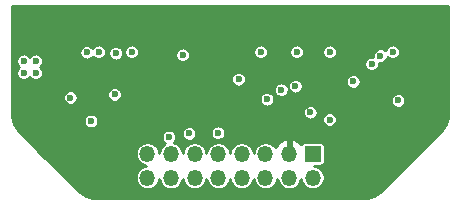
<source format=gbr>
%TF.GenerationSoftware,KiCad,Pcbnew,(5.1.6)-1*%
%TF.CreationDate,2021-02-17T18:40:24-08:00*%
%TF.ProjectId,kg-cable-asl,6b672d63-6162-46c6-952d-61736c2e6b69,rev?*%
%TF.SameCoordinates,Original*%
%TF.FileFunction,Copper,L2,Inr*%
%TF.FilePolarity,Positive*%
%FSLAX46Y46*%
G04 Gerber Fmt 4.6, Leading zero omitted, Abs format (unit mm)*
G04 Created by KiCad (PCBNEW (5.1.6)-1) date 2021-02-17 18:40:24*
%MOMM*%
%LPD*%
G01*
G04 APERTURE LIST*
%TA.AperFunction,ViaPad*%
%ADD10O,1.350000X1.350000*%
%TD*%
%TA.AperFunction,ViaPad*%
%ADD11R,1.350000X1.350000*%
%TD*%
%TA.AperFunction,ViaPad*%
%ADD12C,0.600000*%
%TD*%
%TA.AperFunction,Conductor*%
%ADD13C,0.254000*%
%TD*%
G04 APERTURE END LIST*
D10*
%TO.N,+12V*%
%TO.C,J1*%
X140772900Y-115030000D03*
%TO.N,/GPIO8*%
X140772900Y-113030000D03*
%TO.N,/GPIO7*%
X142772900Y-115030000D03*
%TO.N,/MIC*%
X142772900Y-113030000D03*
%TO.N,/GPIO6*%
X144772900Y-115030000D03*
%TO.N,/AUDIO_OUT*%
X144772900Y-113030000D03*
%TO.N,/GPIO5*%
X146772900Y-115030000D03*
%TO.N,/COR_DET*%
X146772900Y-113030000D03*
%TO.N,GND*%
X148772900Y-115030000D03*
%TO.N,/LEFT_OUT*%
X148772900Y-113030000D03*
%TO.N,/GPIO4*%
X150772900Y-115030000D03*
%TO.N,/CTCSS_DET*%
X150772900Y-113030000D03*
%TO.N,/GPIO1*%
X152772900Y-115030000D03*
%TO.N,+5V*%
X152772900Y-113030000D03*
%TO.N,/GPIO2*%
X154772900Y-115030000D03*
D11*
%TO.N,/PTT*%
X154772900Y-113030000D03*
%TD*%
D12*
%TO.N,GND*%
X130302000Y-105156000D03*
X130302000Y-106172000D03*
X131318000Y-106172000D03*
X131318000Y-105156000D03*
X148500000Y-106700000D03*
%TO.N,+5V*%
X153718961Y-110368794D03*
%TO.N,GND*%
X162000000Y-108500000D03*
X136000000Y-110250000D03*
X158200000Y-106900000D03*
X150900000Y-108400000D03*
X152100000Y-107600000D03*
%TO.N,+5V*%
X163068000Y-106934000D03*
X150622000Y-106680000D03*
X142752667Y-104652538D03*
X133197900Y-104648000D03*
X146050000Y-106045000D03*
X149700000Y-107700000D03*
X145500000Y-107500000D03*
X163200000Y-108400000D03*
X163200000Y-109400000D03*
X150900000Y-110900000D03*
%TO.N,/AIN_6DB*%
X135643264Y-104434558D03*
%TO.N,/RIGHT_OUT*%
X138100000Y-104500000D03*
X134250000Y-108262000D03*
X138000000Y-107999998D03*
%TO.N,/LEFT_OUT*%
X144300000Y-111300000D03*
%TO.N,/MIC_AC*%
X143764000Y-104648000D03*
%TO.N,/EEP_DO*%
X153300000Y-107300000D03*
%TO.N,/EEP_DI*%
X154564810Y-109509871D03*
%TO.N,/EEP_CK*%
X156201091Y-110124228D03*
%TO.N,/EEP_CS*%
X160500000Y-104700000D03*
%TO.N,/GPIO8*%
X136652000Y-104394000D03*
%TO.N,/GPIO7*%
X139446000Y-104394000D03*
%TO.N,/COR_DET*%
X146750000Y-111250000D03*
%TO.N,/GPIO6*%
X150368000Y-104394000D03*
%TO.N,/GPIO5*%
X153416000Y-104394000D03*
%TO.N,/GPIO4*%
X156210000Y-104394000D03*
%TO.N,/GPIO2*%
X159766000Y-105410000D03*
%TO.N,/GPIO1*%
X161544000Y-104394000D03*
%TO.N,/AUDIO_OUT*%
X142600000Y-111600000D03*
%TD*%
D13*
%TO.N,+5V*%
G36*
X166195604Y-109890952D02*
G01*
X166163585Y-110216978D01*
X166074924Y-110510472D01*
X165930942Y-110781159D01*
X165723927Y-111034904D01*
X160501203Y-116257529D01*
X160248214Y-116465337D01*
X159978010Y-116610220D01*
X159684812Y-116699859D01*
X159359545Y-116732899D01*
X136192750Y-116729403D01*
X135866735Y-116697388D01*
X135573233Y-116608726D01*
X135302552Y-116464749D01*
X135049317Y-116258153D01*
X131720827Y-112931312D01*
X139770900Y-112931312D01*
X139770900Y-113128688D01*
X139809407Y-113322273D01*
X139884939Y-113504625D01*
X139994596Y-113668738D01*
X140134162Y-113808304D01*
X140298275Y-113917961D01*
X140480627Y-113993493D01*
X140664157Y-114030000D01*
X140480627Y-114066507D01*
X140298275Y-114142039D01*
X140134162Y-114251696D01*
X139994596Y-114391262D01*
X139884939Y-114555375D01*
X139809407Y-114737727D01*
X139770900Y-114931312D01*
X139770900Y-115128688D01*
X139809407Y-115322273D01*
X139884939Y-115504625D01*
X139994596Y-115668738D01*
X140134162Y-115808304D01*
X140298275Y-115917961D01*
X140480627Y-115993493D01*
X140674212Y-116032000D01*
X140871588Y-116032000D01*
X141065173Y-115993493D01*
X141247525Y-115917961D01*
X141411638Y-115808304D01*
X141551204Y-115668738D01*
X141660861Y-115504625D01*
X141736393Y-115322273D01*
X141772900Y-115138743D01*
X141809407Y-115322273D01*
X141884939Y-115504625D01*
X141994596Y-115668738D01*
X142134162Y-115808304D01*
X142298275Y-115917961D01*
X142480627Y-115993493D01*
X142674212Y-116032000D01*
X142871588Y-116032000D01*
X143065173Y-115993493D01*
X143247525Y-115917961D01*
X143411638Y-115808304D01*
X143551204Y-115668738D01*
X143660861Y-115504625D01*
X143736393Y-115322273D01*
X143772900Y-115138743D01*
X143809407Y-115322273D01*
X143884939Y-115504625D01*
X143994596Y-115668738D01*
X144134162Y-115808304D01*
X144298275Y-115917961D01*
X144480627Y-115993493D01*
X144674212Y-116032000D01*
X144871588Y-116032000D01*
X145065173Y-115993493D01*
X145247525Y-115917961D01*
X145411638Y-115808304D01*
X145551204Y-115668738D01*
X145660861Y-115504625D01*
X145736393Y-115322273D01*
X145772900Y-115138743D01*
X145809407Y-115322273D01*
X145884939Y-115504625D01*
X145994596Y-115668738D01*
X146134162Y-115808304D01*
X146298275Y-115917961D01*
X146480627Y-115993493D01*
X146674212Y-116032000D01*
X146871588Y-116032000D01*
X147065173Y-115993493D01*
X147247525Y-115917961D01*
X147411638Y-115808304D01*
X147551204Y-115668738D01*
X147660861Y-115504625D01*
X147736393Y-115322273D01*
X147772900Y-115138743D01*
X147809407Y-115322273D01*
X147884939Y-115504625D01*
X147994596Y-115668738D01*
X148134162Y-115808304D01*
X148298275Y-115917961D01*
X148480627Y-115993493D01*
X148674212Y-116032000D01*
X148871588Y-116032000D01*
X149065173Y-115993493D01*
X149247525Y-115917961D01*
X149411638Y-115808304D01*
X149551204Y-115668738D01*
X149660861Y-115504625D01*
X149736393Y-115322273D01*
X149772900Y-115138743D01*
X149809407Y-115322273D01*
X149884939Y-115504625D01*
X149994596Y-115668738D01*
X150134162Y-115808304D01*
X150298275Y-115917961D01*
X150480627Y-115993493D01*
X150674212Y-116032000D01*
X150871588Y-116032000D01*
X151065173Y-115993493D01*
X151247525Y-115917961D01*
X151411638Y-115808304D01*
X151551204Y-115668738D01*
X151660861Y-115504625D01*
X151736393Y-115322273D01*
X151772900Y-115138743D01*
X151809407Y-115322273D01*
X151884939Y-115504625D01*
X151994596Y-115668738D01*
X152134162Y-115808304D01*
X152298275Y-115917961D01*
X152480627Y-115993493D01*
X152674212Y-116032000D01*
X152871588Y-116032000D01*
X153065173Y-115993493D01*
X153247525Y-115917961D01*
X153411638Y-115808304D01*
X153551204Y-115668738D01*
X153660861Y-115504625D01*
X153736393Y-115322273D01*
X153772900Y-115138743D01*
X153809407Y-115322273D01*
X153884939Y-115504625D01*
X153994596Y-115668738D01*
X154134162Y-115808304D01*
X154298275Y-115917961D01*
X154480627Y-115993493D01*
X154674212Y-116032000D01*
X154871588Y-116032000D01*
X155065173Y-115993493D01*
X155247525Y-115917961D01*
X155411638Y-115808304D01*
X155551204Y-115668738D01*
X155660861Y-115504625D01*
X155736393Y-115322273D01*
X155774900Y-115128688D01*
X155774900Y-114931312D01*
X155736393Y-114737727D01*
X155660861Y-114555375D01*
X155551204Y-114391262D01*
X155411638Y-114251696D01*
X155247525Y-114142039D01*
X155065173Y-114066507D01*
X154899650Y-114033582D01*
X155447900Y-114033582D01*
X155512003Y-114027268D01*
X155573643Y-114008570D01*
X155630450Y-113978206D01*
X155680243Y-113937343D01*
X155721106Y-113887550D01*
X155751470Y-113830743D01*
X155770168Y-113769103D01*
X155776482Y-113705000D01*
X155776482Y-112355000D01*
X155770168Y-112290897D01*
X155751470Y-112229257D01*
X155721106Y-112172450D01*
X155680243Y-112122657D01*
X155630450Y-112081794D01*
X155573643Y-112051430D01*
X155512003Y-112032732D01*
X155447900Y-112026418D01*
X154097900Y-112026418D01*
X154033797Y-112032732D01*
X153972157Y-112051430D01*
X153915350Y-112081794D01*
X153865557Y-112122657D01*
X153824694Y-112172450D01*
X153799311Y-112219938D01*
X153644127Y-112051697D01*
X153436529Y-111900527D01*
X153203428Y-111792762D01*
X153102300Y-111762090D01*
X152899900Y-111885776D01*
X152899900Y-112903000D01*
X152919900Y-112903000D01*
X152919900Y-113157000D01*
X152899900Y-113157000D01*
X152899900Y-113177000D01*
X152645900Y-113177000D01*
X152645900Y-113157000D01*
X152625900Y-113157000D01*
X152625900Y-112903000D01*
X152645900Y-112903000D01*
X152645900Y-111885776D01*
X152443500Y-111762090D01*
X152342372Y-111792762D01*
X152109271Y-111900527D01*
X151901673Y-112051697D01*
X151727556Y-112240463D01*
X151595157Y-112457042D01*
X151551204Y-112391262D01*
X151411638Y-112251696D01*
X151247525Y-112142039D01*
X151065173Y-112066507D01*
X150871588Y-112028000D01*
X150674212Y-112028000D01*
X150480627Y-112066507D01*
X150298275Y-112142039D01*
X150134162Y-112251696D01*
X149994596Y-112391262D01*
X149884939Y-112555375D01*
X149809407Y-112737727D01*
X149772900Y-112921257D01*
X149736393Y-112737727D01*
X149660861Y-112555375D01*
X149551204Y-112391262D01*
X149411638Y-112251696D01*
X149247525Y-112142039D01*
X149065173Y-112066507D01*
X148871588Y-112028000D01*
X148674212Y-112028000D01*
X148480627Y-112066507D01*
X148298275Y-112142039D01*
X148134162Y-112251696D01*
X147994596Y-112391262D01*
X147884939Y-112555375D01*
X147809407Y-112737727D01*
X147772900Y-112921257D01*
X147736393Y-112737727D01*
X147660861Y-112555375D01*
X147551204Y-112391262D01*
X147411638Y-112251696D01*
X147247525Y-112142039D01*
X147065173Y-112066507D01*
X146871588Y-112028000D01*
X146674212Y-112028000D01*
X146480627Y-112066507D01*
X146298275Y-112142039D01*
X146134162Y-112251696D01*
X145994596Y-112391262D01*
X145884939Y-112555375D01*
X145809407Y-112737727D01*
X145772900Y-112921257D01*
X145736393Y-112737727D01*
X145660861Y-112555375D01*
X145551204Y-112391262D01*
X145411638Y-112251696D01*
X145247525Y-112142039D01*
X145065173Y-112066507D01*
X144871588Y-112028000D01*
X144674212Y-112028000D01*
X144480627Y-112066507D01*
X144298275Y-112142039D01*
X144134162Y-112251696D01*
X143994596Y-112391262D01*
X143884939Y-112555375D01*
X143809407Y-112737727D01*
X143772900Y-112921257D01*
X143736393Y-112737727D01*
X143660861Y-112555375D01*
X143551204Y-112391262D01*
X143411638Y-112251696D01*
X143247525Y-112142039D01*
X143065173Y-112066507D01*
X143027666Y-112059046D01*
X143087023Y-111999689D01*
X143155640Y-111896996D01*
X143202905Y-111782889D01*
X143227000Y-111661754D01*
X143227000Y-111538246D01*
X143202905Y-111417111D01*
X143155640Y-111303004D01*
X143112371Y-111238246D01*
X143673000Y-111238246D01*
X143673000Y-111361754D01*
X143697095Y-111482889D01*
X143744360Y-111596996D01*
X143812977Y-111699689D01*
X143900311Y-111787023D01*
X144003004Y-111855640D01*
X144117111Y-111902905D01*
X144238246Y-111927000D01*
X144361754Y-111927000D01*
X144482889Y-111902905D01*
X144596996Y-111855640D01*
X144699689Y-111787023D01*
X144787023Y-111699689D01*
X144855640Y-111596996D01*
X144902905Y-111482889D01*
X144927000Y-111361754D01*
X144927000Y-111238246D01*
X144917055Y-111188246D01*
X146123000Y-111188246D01*
X146123000Y-111311754D01*
X146147095Y-111432889D01*
X146194360Y-111546996D01*
X146262977Y-111649689D01*
X146350311Y-111737023D01*
X146453004Y-111805640D01*
X146567111Y-111852905D01*
X146688246Y-111877000D01*
X146811754Y-111877000D01*
X146932889Y-111852905D01*
X147046996Y-111805640D01*
X147149689Y-111737023D01*
X147237023Y-111649689D01*
X147305640Y-111546996D01*
X147352905Y-111432889D01*
X147377000Y-111311754D01*
X147377000Y-111188246D01*
X147352905Y-111067111D01*
X147305640Y-110953004D01*
X147237023Y-110850311D01*
X147149689Y-110762977D01*
X147046996Y-110694360D01*
X146932889Y-110647095D01*
X146811754Y-110623000D01*
X146688246Y-110623000D01*
X146567111Y-110647095D01*
X146453004Y-110694360D01*
X146350311Y-110762977D01*
X146262977Y-110850311D01*
X146194360Y-110953004D01*
X146147095Y-111067111D01*
X146123000Y-111188246D01*
X144917055Y-111188246D01*
X144902905Y-111117111D01*
X144855640Y-111003004D01*
X144787023Y-110900311D01*
X144699689Y-110812977D01*
X144596996Y-110744360D01*
X144482889Y-110697095D01*
X144361754Y-110673000D01*
X144238246Y-110673000D01*
X144117111Y-110697095D01*
X144003004Y-110744360D01*
X143900311Y-110812977D01*
X143812977Y-110900311D01*
X143744360Y-111003004D01*
X143697095Y-111117111D01*
X143673000Y-111238246D01*
X143112371Y-111238246D01*
X143087023Y-111200311D01*
X142999689Y-111112977D01*
X142896996Y-111044360D01*
X142782889Y-110997095D01*
X142661754Y-110973000D01*
X142538246Y-110973000D01*
X142417111Y-110997095D01*
X142303004Y-111044360D01*
X142200311Y-111112977D01*
X142112977Y-111200311D01*
X142044360Y-111303004D01*
X141997095Y-111417111D01*
X141973000Y-111538246D01*
X141973000Y-111661754D01*
X141997095Y-111782889D01*
X142044360Y-111896996D01*
X142112977Y-111999689D01*
X142200311Y-112087023D01*
X142290462Y-112147260D01*
X142134162Y-112251696D01*
X141994596Y-112391262D01*
X141884939Y-112555375D01*
X141809407Y-112737727D01*
X141772900Y-112921257D01*
X141736393Y-112737727D01*
X141660861Y-112555375D01*
X141551204Y-112391262D01*
X141411638Y-112251696D01*
X141247525Y-112142039D01*
X141065173Y-112066507D01*
X140871588Y-112028000D01*
X140674212Y-112028000D01*
X140480627Y-112066507D01*
X140298275Y-112142039D01*
X140134162Y-112251696D01*
X139994596Y-112391262D01*
X139884939Y-112555375D01*
X139809407Y-112737727D01*
X139770900Y-112931312D01*
X131720827Y-112931312D01*
X129828507Y-111039931D01*
X129620174Y-110786427D01*
X129475227Y-110516259D01*
X129385517Y-110223083D01*
X129381970Y-110188246D01*
X135373000Y-110188246D01*
X135373000Y-110311754D01*
X135397095Y-110432889D01*
X135444360Y-110546996D01*
X135512977Y-110649689D01*
X135600311Y-110737023D01*
X135703004Y-110805640D01*
X135817111Y-110852905D01*
X135938246Y-110877000D01*
X136061754Y-110877000D01*
X136182889Y-110852905D01*
X136296996Y-110805640D01*
X136399689Y-110737023D01*
X136487023Y-110649689D01*
X136555640Y-110546996D01*
X136602905Y-110432889D01*
X136627000Y-110311754D01*
X136627000Y-110188246D01*
X136602905Y-110067111D01*
X136555640Y-109953004D01*
X136487023Y-109850311D01*
X136399689Y-109762977D01*
X136296996Y-109694360D01*
X136182889Y-109647095D01*
X136061754Y-109623000D01*
X135938246Y-109623000D01*
X135817111Y-109647095D01*
X135703004Y-109694360D01*
X135600311Y-109762977D01*
X135512977Y-109850311D01*
X135444360Y-109953004D01*
X135397095Y-110067111D01*
X135373000Y-110188246D01*
X129381970Y-110188246D01*
X129352401Y-109897844D01*
X129352469Y-109448117D01*
X153937810Y-109448117D01*
X153937810Y-109571625D01*
X153961905Y-109692760D01*
X154009170Y-109806867D01*
X154077787Y-109909560D01*
X154165121Y-109996894D01*
X154267814Y-110065511D01*
X154381921Y-110112776D01*
X154503056Y-110136871D01*
X154626564Y-110136871D01*
X154747699Y-110112776D01*
X154861806Y-110065511D01*
X154866351Y-110062474D01*
X155574091Y-110062474D01*
X155574091Y-110185982D01*
X155598186Y-110307117D01*
X155645451Y-110421224D01*
X155714068Y-110523917D01*
X155801402Y-110611251D01*
X155904095Y-110679868D01*
X156018202Y-110727133D01*
X156139337Y-110751228D01*
X156262845Y-110751228D01*
X156383980Y-110727133D01*
X156498087Y-110679868D01*
X156600780Y-110611251D01*
X156688114Y-110523917D01*
X156756731Y-110421224D01*
X156803996Y-110307117D01*
X156828091Y-110185982D01*
X156828091Y-110062474D01*
X156803996Y-109941339D01*
X156756731Y-109827232D01*
X156688114Y-109724539D01*
X156600780Y-109637205D01*
X156498087Y-109568588D01*
X156383980Y-109521323D01*
X156262845Y-109497228D01*
X156139337Y-109497228D01*
X156018202Y-109521323D01*
X155904095Y-109568588D01*
X155801402Y-109637205D01*
X155714068Y-109724539D01*
X155645451Y-109827232D01*
X155598186Y-109941339D01*
X155574091Y-110062474D01*
X154866351Y-110062474D01*
X154964499Y-109996894D01*
X155051833Y-109909560D01*
X155120450Y-109806867D01*
X155167715Y-109692760D01*
X155191810Y-109571625D01*
X155191810Y-109448117D01*
X155167715Y-109326982D01*
X155120450Y-109212875D01*
X155051833Y-109110182D01*
X154964499Y-109022848D01*
X154861806Y-108954231D01*
X154747699Y-108906966D01*
X154626564Y-108882871D01*
X154503056Y-108882871D01*
X154381921Y-108906966D01*
X154267814Y-108954231D01*
X154165121Y-109022848D01*
X154077787Y-109110182D01*
X154009170Y-109212875D01*
X153961905Y-109326982D01*
X153937810Y-109448117D01*
X129352469Y-109448117D01*
X129352660Y-108200246D01*
X133623000Y-108200246D01*
X133623000Y-108323754D01*
X133647095Y-108444889D01*
X133694360Y-108558996D01*
X133762977Y-108661689D01*
X133850311Y-108749023D01*
X133953004Y-108817640D01*
X134067111Y-108864905D01*
X134188246Y-108889000D01*
X134311754Y-108889000D01*
X134432889Y-108864905D01*
X134546996Y-108817640D01*
X134649689Y-108749023D01*
X134737023Y-108661689D01*
X134805640Y-108558996D01*
X134852905Y-108444889D01*
X134877000Y-108323754D01*
X134877000Y-108200246D01*
X134852905Y-108079111D01*
X134805640Y-107965004D01*
X134787760Y-107938244D01*
X137373000Y-107938244D01*
X137373000Y-108061752D01*
X137397095Y-108182887D01*
X137444360Y-108296994D01*
X137512977Y-108399687D01*
X137600311Y-108487021D01*
X137703004Y-108555638D01*
X137817111Y-108602903D01*
X137938246Y-108626998D01*
X138061754Y-108626998D01*
X138182889Y-108602903D01*
X138296996Y-108555638D01*
X138399689Y-108487021D01*
X138487023Y-108399687D01*
X138528076Y-108338246D01*
X150273000Y-108338246D01*
X150273000Y-108461754D01*
X150297095Y-108582889D01*
X150344360Y-108696996D01*
X150412977Y-108799689D01*
X150500311Y-108887023D01*
X150603004Y-108955640D01*
X150717111Y-109002905D01*
X150838246Y-109027000D01*
X150961754Y-109027000D01*
X151082889Y-109002905D01*
X151196996Y-108955640D01*
X151299689Y-108887023D01*
X151387023Y-108799689D01*
X151455640Y-108696996D01*
X151502905Y-108582889D01*
X151527000Y-108461754D01*
X151527000Y-108438246D01*
X161373000Y-108438246D01*
X161373000Y-108561754D01*
X161397095Y-108682889D01*
X161444360Y-108796996D01*
X161512977Y-108899689D01*
X161600311Y-108987023D01*
X161703004Y-109055640D01*
X161817111Y-109102905D01*
X161938246Y-109127000D01*
X162061754Y-109127000D01*
X162182889Y-109102905D01*
X162296996Y-109055640D01*
X162399689Y-108987023D01*
X162487023Y-108899689D01*
X162555640Y-108796996D01*
X162602905Y-108682889D01*
X162627000Y-108561754D01*
X162627000Y-108438246D01*
X162602905Y-108317111D01*
X162555640Y-108203004D01*
X162487023Y-108100311D01*
X162399689Y-108012977D01*
X162296996Y-107944360D01*
X162182889Y-107897095D01*
X162061754Y-107873000D01*
X161938246Y-107873000D01*
X161817111Y-107897095D01*
X161703004Y-107944360D01*
X161600311Y-108012977D01*
X161512977Y-108100311D01*
X161444360Y-108203004D01*
X161397095Y-108317111D01*
X161373000Y-108438246D01*
X151527000Y-108438246D01*
X151527000Y-108338246D01*
X151502905Y-108217111D01*
X151455640Y-108103004D01*
X151387023Y-108000311D01*
X151299689Y-107912977D01*
X151196996Y-107844360D01*
X151082889Y-107797095D01*
X150961754Y-107773000D01*
X150838246Y-107773000D01*
X150717111Y-107797095D01*
X150603004Y-107844360D01*
X150500311Y-107912977D01*
X150412977Y-108000311D01*
X150344360Y-108103004D01*
X150297095Y-108217111D01*
X150273000Y-108338246D01*
X138528076Y-108338246D01*
X138555640Y-108296994D01*
X138602905Y-108182887D01*
X138627000Y-108061752D01*
X138627000Y-107938244D01*
X138602905Y-107817109D01*
X138555640Y-107703002D01*
X138487023Y-107600309D01*
X138424960Y-107538246D01*
X151473000Y-107538246D01*
X151473000Y-107661754D01*
X151497095Y-107782889D01*
X151544360Y-107896996D01*
X151612977Y-107999689D01*
X151700311Y-108087023D01*
X151803004Y-108155640D01*
X151917111Y-108202905D01*
X152038246Y-108227000D01*
X152161754Y-108227000D01*
X152282889Y-108202905D01*
X152396996Y-108155640D01*
X152499689Y-108087023D01*
X152587023Y-107999689D01*
X152655640Y-107896996D01*
X152702905Y-107782889D01*
X152727000Y-107661754D01*
X152727000Y-107555086D01*
X152744360Y-107596996D01*
X152812977Y-107699689D01*
X152900311Y-107787023D01*
X153003004Y-107855640D01*
X153117111Y-107902905D01*
X153238246Y-107927000D01*
X153361754Y-107927000D01*
X153482889Y-107902905D01*
X153596996Y-107855640D01*
X153699689Y-107787023D01*
X153787023Y-107699689D01*
X153855640Y-107596996D01*
X153902905Y-107482889D01*
X153927000Y-107361754D01*
X153927000Y-107238246D01*
X153902905Y-107117111D01*
X153855640Y-107003004D01*
X153787023Y-106900311D01*
X153724958Y-106838246D01*
X157573000Y-106838246D01*
X157573000Y-106961754D01*
X157597095Y-107082889D01*
X157644360Y-107196996D01*
X157712977Y-107299689D01*
X157800311Y-107387023D01*
X157903004Y-107455640D01*
X158017111Y-107502905D01*
X158138246Y-107527000D01*
X158261754Y-107527000D01*
X158382889Y-107502905D01*
X158496996Y-107455640D01*
X158599689Y-107387023D01*
X158687023Y-107299689D01*
X158755640Y-107196996D01*
X158802905Y-107082889D01*
X158827000Y-106961754D01*
X158827000Y-106838246D01*
X158802905Y-106717111D01*
X158755640Y-106603004D01*
X158687023Y-106500311D01*
X158599689Y-106412977D01*
X158496996Y-106344360D01*
X158382889Y-106297095D01*
X158261754Y-106273000D01*
X158138246Y-106273000D01*
X158017111Y-106297095D01*
X157903004Y-106344360D01*
X157800311Y-106412977D01*
X157712977Y-106500311D01*
X157644360Y-106603004D01*
X157597095Y-106717111D01*
X157573000Y-106838246D01*
X153724958Y-106838246D01*
X153699689Y-106812977D01*
X153596996Y-106744360D01*
X153482889Y-106697095D01*
X153361754Y-106673000D01*
X153238246Y-106673000D01*
X153117111Y-106697095D01*
X153003004Y-106744360D01*
X152900311Y-106812977D01*
X152812977Y-106900311D01*
X152744360Y-107003004D01*
X152697095Y-107117111D01*
X152673000Y-107238246D01*
X152673000Y-107344914D01*
X152655640Y-107303004D01*
X152587023Y-107200311D01*
X152499689Y-107112977D01*
X152396996Y-107044360D01*
X152282889Y-106997095D01*
X152161754Y-106973000D01*
X152038246Y-106973000D01*
X151917111Y-106997095D01*
X151803004Y-107044360D01*
X151700311Y-107112977D01*
X151612977Y-107200311D01*
X151544360Y-107303004D01*
X151497095Y-107417111D01*
X151473000Y-107538246D01*
X138424960Y-107538246D01*
X138399689Y-107512975D01*
X138296996Y-107444358D01*
X138182889Y-107397093D01*
X138061754Y-107372998D01*
X137938246Y-107372998D01*
X137817111Y-107397093D01*
X137703004Y-107444358D01*
X137600311Y-107512975D01*
X137512977Y-107600309D01*
X137444360Y-107703002D01*
X137397095Y-107817109D01*
X137373000Y-107938244D01*
X134787760Y-107938244D01*
X134737023Y-107862311D01*
X134649689Y-107774977D01*
X134546996Y-107706360D01*
X134432889Y-107659095D01*
X134311754Y-107635000D01*
X134188246Y-107635000D01*
X134067111Y-107659095D01*
X133953004Y-107706360D01*
X133850311Y-107774977D01*
X133762977Y-107862311D01*
X133694360Y-107965004D01*
X133647095Y-108079111D01*
X133623000Y-108200246D01*
X129352660Y-108200246D01*
X129353134Y-105094246D01*
X129675000Y-105094246D01*
X129675000Y-105217754D01*
X129699095Y-105338889D01*
X129746360Y-105452996D01*
X129814977Y-105555689D01*
X129902311Y-105643023D01*
X129933705Y-105664000D01*
X129902311Y-105684977D01*
X129814977Y-105772311D01*
X129746360Y-105875004D01*
X129699095Y-105989111D01*
X129675000Y-106110246D01*
X129675000Y-106233754D01*
X129699095Y-106354889D01*
X129746360Y-106468996D01*
X129814977Y-106571689D01*
X129902311Y-106659023D01*
X130005004Y-106727640D01*
X130119111Y-106774905D01*
X130240246Y-106799000D01*
X130363754Y-106799000D01*
X130484889Y-106774905D01*
X130598996Y-106727640D01*
X130701689Y-106659023D01*
X130789023Y-106571689D01*
X130810000Y-106540295D01*
X130830977Y-106571689D01*
X130918311Y-106659023D01*
X131021004Y-106727640D01*
X131135111Y-106774905D01*
X131256246Y-106799000D01*
X131379754Y-106799000D01*
X131500889Y-106774905D01*
X131614996Y-106727640D01*
X131717689Y-106659023D01*
X131738466Y-106638246D01*
X147873000Y-106638246D01*
X147873000Y-106761754D01*
X147897095Y-106882889D01*
X147944360Y-106996996D01*
X148012977Y-107099689D01*
X148100311Y-107187023D01*
X148203004Y-107255640D01*
X148317111Y-107302905D01*
X148438246Y-107327000D01*
X148561754Y-107327000D01*
X148682889Y-107302905D01*
X148796996Y-107255640D01*
X148899689Y-107187023D01*
X148987023Y-107099689D01*
X149055640Y-106996996D01*
X149102905Y-106882889D01*
X149127000Y-106761754D01*
X149127000Y-106638246D01*
X149102905Y-106517111D01*
X149055640Y-106403004D01*
X148987023Y-106300311D01*
X148899689Y-106212977D01*
X148796996Y-106144360D01*
X148682889Y-106097095D01*
X148561754Y-106073000D01*
X148438246Y-106073000D01*
X148317111Y-106097095D01*
X148203004Y-106144360D01*
X148100311Y-106212977D01*
X148012977Y-106300311D01*
X147944360Y-106403004D01*
X147897095Y-106517111D01*
X147873000Y-106638246D01*
X131738466Y-106638246D01*
X131805023Y-106571689D01*
X131873640Y-106468996D01*
X131920905Y-106354889D01*
X131945000Y-106233754D01*
X131945000Y-106110246D01*
X131920905Y-105989111D01*
X131873640Y-105875004D01*
X131805023Y-105772311D01*
X131717689Y-105684977D01*
X131686295Y-105664000D01*
X131717689Y-105643023D01*
X131805023Y-105555689D01*
X131873640Y-105452996D01*
X131917029Y-105348246D01*
X159139000Y-105348246D01*
X159139000Y-105471754D01*
X159163095Y-105592889D01*
X159210360Y-105706996D01*
X159278977Y-105809689D01*
X159366311Y-105897023D01*
X159469004Y-105965640D01*
X159583111Y-106012905D01*
X159704246Y-106037000D01*
X159827754Y-106037000D01*
X159948889Y-106012905D01*
X160062996Y-105965640D01*
X160165689Y-105897023D01*
X160253023Y-105809689D01*
X160321640Y-105706996D01*
X160368905Y-105592889D01*
X160393000Y-105471754D01*
X160393000Y-105348246D01*
X160386736Y-105316754D01*
X160438246Y-105327000D01*
X160561754Y-105327000D01*
X160682889Y-105302905D01*
X160796996Y-105255640D01*
X160899689Y-105187023D01*
X160987023Y-105099689D01*
X161055640Y-104996996D01*
X161102905Y-104882889D01*
X161110084Y-104846796D01*
X161144311Y-104881023D01*
X161247004Y-104949640D01*
X161361111Y-104996905D01*
X161482246Y-105021000D01*
X161605754Y-105021000D01*
X161726889Y-104996905D01*
X161840996Y-104949640D01*
X161943689Y-104881023D01*
X162031023Y-104793689D01*
X162099640Y-104690996D01*
X162146905Y-104576889D01*
X162171000Y-104455754D01*
X162171000Y-104332246D01*
X162146905Y-104211111D01*
X162099640Y-104097004D01*
X162031023Y-103994311D01*
X161943689Y-103906977D01*
X161840996Y-103838360D01*
X161726889Y-103791095D01*
X161605754Y-103767000D01*
X161482246Y-103767000D01*
X161361111Y-103791095D01*
X161247004Y-103838360D01*
X161144311Y-103906977D01*
X161056977Y-103994311D01*
X160988360Y-104097004D01*
X160941095Y-104211111D01*
X160933916Y-104247204D01*
X160899689Y-104212977D01*
X160796996Y-104144360D01*
X160682889Y-104097095D01*
X160561754Y-104073000D01*
X160438246Y-104073000D01*
X160317111Y-104097095D01*
X160203004Y-104144360D01*
X160100311Y-104212977D01*
X160012977Y-104300311D01*
X159944360Y-104403004D01*
X159897095Y-104517111D01*
X159873000Y-104638246D01*
X159873000Y-104761754D01*
X159879264Y-104793246D01*
X159827754Y-104783000D01*
X159704246Y-104783000D01*
X159583111Y-104807095D01*
X159469004Y-104854360D01*
X159366311Y-104922977D01*
X159278977Y-105010311D01*
X159210360Y-105113004D01*
X159163095Y-105227111D01*
X159139000Y-105348246D01*
X131917029Y-105348246D01*
X131920905Y-105338889D01*
X131945000Y-105217754D01*
X131945000Y-105094246D01*
X131920905Y-104973111D01*
X131873640Y-104859004D01*
X131805023Y-104756311D01*
X131717689Y-104668977D01*
X131614996Y-104600360D01*
X131500889Y-104553095D01*
X131379754Y-104529000D01*
X131256246Y-104529000D01*
X131135111Y-104553095D01*
X131021004Y-104600360D01*
X130918311Y-104668977D01*
X130830977Y-104756311D01*
X130810000Y-104787705D01*
X130789023Y-104756311D01*
X130701689Y-104668977D01*
X130598996Y-104600360D01*
X130484889Y-104553095D01*
X130363754Y-104529000D01*
X130240246Y-104529000D01*
X130119111Y-104553095D01*
X130005004Y-104600360D01*
X129902311Y-104668977D01*
X129814977Y-104756311D01*
X129746360Y-104859004D01*
X129699095Y-104973111D01*
X129675000Y-105094246D01*
X129353134Y-105094246D01*
X129353244Y-104372804D01*
X135016264Y-104372804D01*
X135016264Y-104496312D01*
X135040359Y-104617447D01*
X135087624Y-104731554D01*
X135156241Y-104834247D01*
X135243575Y-104921581D01*
X135346268Y-104990198D01*
X135460375Y-105037463D01*
X135581510Y-105061558D01*
X135705018Y-105061558D01*
X135826153Y-105037463D01*
X135940260Y-104990198D01*
X136042953Y-104921581D01*
X136130287Y-104834247D01*
X136161182Y-104788009D01*
X136164977Y-104793689D01*
X136252311Y-104881023D01*
X136355004Y-104949640D01*
X136469111Y-104996905D01*
X136590246Y-105021000D01*
X136713754Y-105021000D01*
X136834889Y-104996905D01*
X136948996Y-104949640D01*
X137051689Y-104881023D01*
X137139023Y-104793689D01*
X137207640Y-104690996D01*
X137254905Y-104576889D01*
X137279000Y-104455754D01*
X137279000Y-104438246D01*
X137473000Y-104438246D01*
X137473000Y-104561754D01*
X137497095Y-104682889D01*
X137544360Y-104796996D01*
X137612977Y-104899689D01*
X137700311Y-104987023D01*
X137803004Y-105055640D01*
X137917111Y-105102905D01*
X138038246Y-105127000D01*
X138161754Y-105127000D01*
X138282889Y-105102905D01*
X138396996Y-105055640D01*
X138499689Y-104987023D01*
X138587023Y-104899689D01*
X138655640Y-104796996D01*
X138702905Y-104682889D01*
X138727000Y-104561754D01*
X138727000Y-104438246D01*
X138705916Y-104332246D01*
X138819000Y-104332246D01*
X138819000Y-104455754D01*
X138843095Y-104576889D01*
X138890360Y-104690996D01*
X138958977Y-104793689D01*
X139046311Y-104881023D01*
X139149004Y-104949640D01*
X139263111Y-104996905D01*
X139384246Y-105021000D01*
X139507754Y-105021000D01*
X139628889Y-104996905D01*
X139742996Y-104949640D01*
X139845689Y-104881023D01*
X139933023Y-104793689D01*
X140001640Y-104690996D01*
X140045029Y-104586246D01*
X143137000Y-104586246D01*
X143137000Y-104709754D01*
X143161095Y-104830889D01*
X143208360Y-104944996D01*
X143276977Y-105047689D01*
X143364311Y-105135023D01*
X143467004Y-105203640D01*
X143581111Y-105250905D01*
X143702246Y-105275000D01*
X143825754Y-105275000D01*
X143946889Y-105250905D01*
X144060996Y-105203640D01*
X144163689Y-105135023D01*
X144251023Y-105047689D01*
X144319640Y-104944996D01*
X144366905Y-104830889D01*
X144391000Y-104709754D01*
X144391000Y-104586246D01*
X144366905Y-104465111D01*
X144319640Y-104351004D01*
X144307107Y-104332246D01*
X149741000Y-104332246D01*
X149741000Y-104455754D01*
X149765095Y-104576889D01*
X149812360Y-104690996D01*
X149880977Y-104793689D01*
X149968311Y-104881023D01*
X150071004Y-104949640D01*
X150185111Y-104996905D01*
X150306246Y-105021000D01*
X150429754Y-105021000D01*
X150550889Y-104996905D01*
X150664996Y-104949640D01*
X150767689Y-104881023D01*
X150855023Y-104793689D01*
X150923640Y-104690996D01*
X150970905Y-104576889D01*
X150995000Y-104455754D01*
X150995000Y-104332246D01*
X152789000Y-104332246D01*
X152789000Y-104455754D01*
X152813095Y-104576889D01*
X152860360Y-104690996D01*
X152928977Y-104793689D01*
X153016311Y-104881023D01*
X153119004Y-104949640D01*
X153233111Y-104996905D01*
X153354246Y-105021000D01*
X153477754Y-105021000D01*
X153598889Y-104996905D01*
X153712996Y-104949640D01*
X153815689Y-104881023D01*
X153903023Y-104793689D01*
X153971640Y-104690996D01*
X154018905Y-104576889D01*
X154043000Y-104455754D01*
X154043000Y-104332246D01*
X155583000Y-104332246D01*
X155583000Y-104455754D01*
X155607095Y-104576889D01*
X155654360Y-104690996D01*
X155722977Y-104793689D01*
X155810311Y-104881023D01*
X155913004Y-104949640D01*
X156027111Y-104996905D01*
X156148246Y-105021000D01*
X156271754Y-105021000D01*
X156392889Y-104996905D01*
X156506996Y-104949640D01*
X156609689Y-104881023D01*
X156697023Y-104793689D01*
X156765640Y-104690996D01*
X156812905Y-104576889D01*
X156837000Y-104455754D01*
X156837000Y-104332246D01*
X156812905Y-104211111D01*
X156765640Y-104097004D01*
X156697023Y-103994311D01*
X156609689Y-103906977D01*
X156506996Y-103838360D01*
X156392889Y-103791095D01*
X156271754Y-103767000D01*
X156148246Y-103767000D01*
X156027111Y-103791095D01*
X155913004Y-103838360D01*
X155810311Y-103906977D01*
X155722977Y-103994311D01*
X155654360Y-104097004D01*
X155607095Y-104211111D01*
X155583000Y-104332246D01*
X154043000Y-104332246D01*
X154018905Y-104211111D01*
X153971640Y-104097004D01*
X153903023Y-103994311D01*
X153815689Y-103906977D01*
X153712996Y-103838360D01*
X153598889Y-103791095D01*
X153477754Y-103767000D01*
X153354246Y-103767000D01*
X153233111Y-103791095D01*
X153119004Y-103838360D01*
X153016311Y-103906977D01*
X152928977Y-103994311D01*
X152860360Y-104097004D01*
X152813095Y-104211111D01*
X152789000Y-104332246D01*
X150995000Y-104332246D01*
X150970905Y-104211111D01*
X150923640Y-104097004D01*
X150855023Y-103994311D01*
X150767689Y-103906977D01*
X150664996Y-103838360D01*
X150550889Y-103791095D01*
X150429754Y-103767000D01*
X150306246Y-103767000D01*
X150185111Y-103791095D01*
X150071004Y-103838360D01*
X149968311Y-103906977D01*
X149880977Y-103994311D01*
X149812360Y-104097004D01*
X149765095Y-104211111D01*
X149741000Y-104332246D01*
X144307107Y-104332246D01*
X144251023Y-104248311D01*
X144163689Y-104160977D01*
X144060996Y-104092360D01*
X143946889Y-104045095D01*
X143825754Y-104021000D01*
X143702246Y-104021000D01*
X143581111Y-104045095D01*
X143467004Y-104092360D01*
X143364311Y-104160977D01*
X143276977Y-104248311D01*
X143208360Y-104351004D01*
X143161095Y-104465111D01*
X143137000Y-104586246D01*
X140045029Y-104586246D01*
X140048905Y-104576889D01*
X140073000Y-104455754D01*
X140073000Y-104332246D01*
X140048905Y-104211111D01*
X140001640Y-104097004D01*
X139933023Y-103994311D01*
X139845689Y-103906977D01*
X139742996Y-103838360D01*
X139628889Y-103791095D01*
X139507754Y-103767000D01*
X139384246Y-103767000D01*
X139263111Y-103791095D01*
X139149004Y-103838360D01*
X139046311Y-103906977D01*
X138958977Y-103994311D01*
X138890360Y-104097004D01*
X138843095Y-104211111D01*
X138819000Y-104332246D01*
X138705916Y-104332246D01*
X138702905Y-104317111D01*
X138655640Y-104203004D01*
X138587023Y-104100311D01*
X138499689Y-104012977D01*
X138396996Y-103944360D01*
X138282889Y-103897095D01*
X138161754Y-103873000D01*
X138038246Y-103873000D01*
X137917111Y-103897095D01*
X137803004Y-103944360D01*
X137700311Y-104012977D01*
X137612977Y-104100311D01*
X137544360Y-104203004D01*
X137497095Y-104317111D01*
X137473000Y-104438246D01*
X137279000Y-104438246D01*
X137279000Y-104332246D01*
X137254905Y-104211111D01*
X137207640Y-104097004D01*
X137139023Y-103994311D01*
X137051689Y-103906977D01*
X136948996Y-103838360D01*
X136834889Y-103791095D01*
X136713754Y-103767000D01*
X136590246Y-103767000D01*
X136469111Y-103791095D01*
X136355004Y-103838360D01*
X136252311Y-103906977D01*
X136164977Y-103994311D01*
X136134082Y-104040549D01*
X136130287Y-104034869D01*
X136042953Y-103947535D01*
X135940260Y-103878918D01*
X135826153Y-103831653D01*
X135705018Y-103807558D01*
X135581510Y-103807558D01*
X135460375Y-103831653D01*
X135346268Y-103878918D01*
X135243575Y-103947535D01*
X135156241Y-104034869D01*
X135087624Y-104137562D01*
X135040359Y-104251669D01*
X135016264Y-104372804D01*
X129353244Y-104372804D01*
X129353835Y-100503000D01*
X166196939Y-100503000D01*
X166195604Y-109890952D01*
G37*
X166195604Y-109890952D02*
X166163585Y-110216978D01*
X166074924Y-110510472D01*
X165930942Y-110781159D01*
X165723927Y-111034904D01*
X160501203Y-116257529D01*
X160248214Y-116465337D01*
X159978010Y-116610220D01*
X159684812Y-116699859D01*
X159359545Y-116732899D01*
X136192750Y-116729403D01*
X135866735Y-116697388D01*
X135573233Y-116608726D01*
X135302552Y-116464749D01*
X135049317Y-116258153D01*
X131720827Y-112931312D01*
X139770900Y-112931312D01*
X139770900Y-113128688D01*
X139809407Y-113322273D01*
X139884939Y-113504625D01*
X139994596Y-113668738D01*
X140134162Y-113808304D01*
X140298275Y-113917961D01*
X140480627Y-113993493D01*
X140664157Y-114030000D01*
X140480627Y-114066507D01*
X140298275Y-114142039D01*
X140134162Y-114251696D01*
X139994596Y-114391262D01*
X139884939Y-114555375D01*
X139809407Y-114737727D01*
X139770900Y-114931312D01*
X139770900Y-115128688D01*
X139809407Y-115322273D01*
X139884939Y-115504625D01*
X139994596Y-115668738D01*
X140134162Y-115808304D01*
X140298275Y-115917961D01*
X140480627Y-115993493D01*
X140674212Y-116032000D01*
X140871588Y-116032000D01*
X141065173Y-115993493D01*
X141247525Y-115917961D01*
X141411638Y-115808304D01*
X141551204Y-115668738D01*
X141660861Y-115504625D01*
X141736393Y-115322273D01*
X141772900Y-115138743D01*
X141809407Y-115322273D01*
X141884939Y-115504625D01*
X141994596Y-115668738D01*
X142134162Y-115808304D01*
X142298275Y-115917961D01*
X142480627Y-115993493D01*
X142674212Y-116032000D01*
X142871588Y-116032000D01*
X143065173Y-115993493D01*
X143247525Y-115917961D01*
X143411638Y-115808304D01*
X143551204Y-115668738D01*
X143660861Y-115504625D01*
X143736393Y-115322273D01*
X143772900Y-115138743D01*
X143809407Y-115322273D01*
X143884939Y-115504625D01*
X143994596Y-115668738D01*
X144134162Y-115808304D01*
X144298275Y-115917961D01*
X144480627Y-115993493D01*
X144674212Y-116032000D01*
X144871588Y-116032000D01*
X145065173Y-115993493D01*
X145247525Y-115917961D01*
X145411638Y-115808304D01*
X145551204Y-115668738D01*
X145660861Y-115504625D01*
X145736393Y-115322273D01*
X145772900Y-115138743D01*
X145809407Y-115322273D01*
X145884939Y-115504625D01*
X145994596Y-115668738D01*
X146134162Y-115808304D01*
X146298275Y-115917961D01*
X146480627Y-115993493D01*
X146674212Y-116032000D01*
X146871588Y-116032000D01*
X147065173Y-115993493D01*
X147247525Y-115917961D01*
X147411638Y-115808304D01*
X147551204Y-115668738D01*
X147660861Y-115504625D01*
X147736393Y-115322273D01*
X147772900Y-115138743D01*
X147809407Y-115322273D01*
X147884939Y-115504625D01*
X147994596Y-115668738D01*
X148134162Y-115808304D01*
X148298275Y-115917961D01*
X148480627Y-115993493D01*
X148674212Y-116032000D01*
X148871588Y-116032000D01*
X149065173Y-115993493D01*
X149247525Y-115917961D01*
X149411638Y-115808304D01*
X149551204Y-115668738D01*
X149660861Y-115504625D01*
X149736393Y-115322273D01*
X149772900Y-115138743D01*
X149809407Y-115322273D01*
X149884939Y-115504625D01*
X149994596Y-115668738D01*
X150134162Y-115808304D01*
X150298275Y-115917961D01*
X150480627Y-115993493D01*
X150674212Y-116032000D01*
X150871588Y-116032000D01*
X151065173Y-115993493D01*
X151247525Y-115917961D01*
X151411638Y-115808304D01*
X151551204Y-115668738D01*
X151660861Y-115504625D01*
X151736393Y-115322273D01*
X151772900Y-115138743D01*
X151809407Y-115322273D01*
X151884939Y-115504625D01*
X151994596Y-115668738D01*
X152134162Y-115808304D01*
X152298275Y-115917961D01*
X152480627Y-115993493D01*
X152674212Y-116032000D01*
X152871588Y-116032000D01*
X153065173Y-115993493D01*
X153247525Y-115917961D01*
X153411638Y-115808304D01*
X153551204Y-115668738D01*
X153660861Y-115504625D01*
X153736393Y-115322273D01*
X153772900Y-115138743D01*
X153809407Y-115322273D01*
X153884939Y-115504625D01*
X153994596Y-115668738D01*
X154134162Y-115808304D01*
X154298275Y-115917961D01*
X154480627Y-115993493D01*
X154674212Y-116032000D01*
X154871588Y-116032000D01*
X155065173Y-115993493D01*
X155247525Y-115917961D01*
X155411638Y-115808304D01*
X155551204Y-115668738D01*
X155660861Y-115504625D01*
X155736393Y-115322273D01*
X155774900Y-115128688D01*
X155774900Y-114931312D01*
X155736393Y-114737727D01*
X155660861Y-114555375D01*
X155551204Y-114391262D01*
X155411638Y-114251696D01*
X155247525Y-114142039D01*
X155065173Y-114066507D01*
X154899650Y-114033582D01*
X155447900Y-114033582D01*
X155512003Y-114027268D01*
X155573643Y-114008570D01*
X155630450Y-113978206D01*
X155680243Y-113937343D01*
X155721106Y-113887550D01*
X155751470Y-113830743D01*
X155770168Y-113769103D01*
X155776482Y-113705000D01*
X155776482Y-112355000D01*
X155770168Y-112290897D01*
X155751470Y-112229257D01*
X155721106Y-112172450D01*
X155680243Y-112122657D01*
X155630450Y-112081794D01*
X155573643Y-112051430D01*
X155512003Y-112032732D01*
X155447900Y-112026418D01*
X154097900Y-112026418D01*
X154033797Y-112032732D01*
X153972157Y-112051430D01*
X153915350Y-112081794D01*
X153865557Y-112122657D01*
X153824694Y-112172450D01*
X153799311Y-112219938D01*
X153644127Y-112051697D01*
X153436529Y-111900527D01*
X153203428Y-111792762D01*
X153102300Y-111762090D01*
X152899900Y-111885776D01*
X152899900Y-112903000D01*
X152919900Y-112903000D01*
X152919900Y-113157000D01*
X152899900Y-113157000D01*
X152899900Y-113177000D01*
X152645900Y-113177000D01*
X152645900Y-113157000D01*
X152625900Y-113157000D01*
X152625900Y-112903000D01*
X152645900Y-112903000D01*
X152645900Y-111885776D01*
X152443500Y-111762090D01*
X152342372Y-111792762D01*
X152109271Y-111900527D01*
X151901673Y-112051697D01*
X151727556Y-112240463D01*
X151595157Y-112457042D01*
X151551204Y-112391262D01*
X151411638Y-112251696D01*
X151247525Y-112142039D01*
X151065173Y-112066507D01*
X150871588Y-112028000D01*
X150674212Y-112028000D01*
X150480627Y-112066507D01*
X150298275Y-112142039D01*
X150134162Y-112251696D01*
X149994596Y-112391262D01*
X149884939Y-112555375D01*
X149809407Y-112737727D01*
X149772900Y-112921257D01*
X149736393Y-112737727D01*
X149660861Y-112555375D01*
X149551204Y-112391262D01*
X149411638Y-112251696D01*
X149247525Y-112142039D01*
X149065173Y-112066507D01*
X148871588Y-112028000D01*
X148674212Y-112028000D01*
X148480627Y-112066507D01*
X148298275Y-112142039D01*
X148134162Y-112251696D01*
X147994596Y-112391262D01*
X147884939Y-112555375D01*
X147809407Y-112737727D01*
X147772900Y-112921257D01*
X147736393Y-112737727D01*
X147660861Y-112555375D01*
X147551204Y-112391262D01*
X147411638Y-112251696D01*
X147247525Y-112142039D01*
X147065173Y-112066507D01*
X146871588Y-112028000D01*
X146674212Y-112028000D01*
X146480627Y-112066507D01*
X146298275Y-112142039D01*
X146134162Y-112251696D01*
X145994596Y-112391262D01*
X145884939Y-112555375D01*
X145809407Y-112737727D01*
X145772900Y-112921257D01*
X145736393Y-112737727D01*
X145660861Y-112555375D01*
X145551204Y-112391262D01*
X145411638Y-112251696D01*
X145247525Y-112142039D01*
X145065173Y-112066507D01*
X144871588Y-112028000D01*
X144674212Y-112028000D01*
X144480627Y-112066507D01*
X144298275Y-112142039D01*
X144134162Y-112251696D01*
X143994596Y-112391262D01*
X143884939Y-112555375D01*
X143809407Y-112737727D01*
X143772900Y-112921257D01*
X143736393Y-112737727D01*
X143660861Y-112555375D01*
X143551204Y-112391262D01*
X143411638Y-112251696D01*
X143247525Y-112142039D01*
X143065173Y-112066507D01*
X143027666Y-112059046D01*
X143087023Y-111999689D01*
X143155640Y-111896996D01*
X143202905Y-111782889D01*
X143227000Y-111661754D01*
X143227000Y-111538246D01*
X143202905Y-111417111D01*
X143155640Y-111303004D01*
X143112371Y-111238246D01*
X143673000Y-111238246D01*
X143673000Y-111361754D01*
X143697095Y-111482889D01*
X143744360Y-111596996D01*
X143812977Y-111699689D01*
X143900311Y-111787023D01*
X144003004Y-111855640D01*
X144117111Y-111902905D01*
X144238246Y-111927000D01*
X144361754Y-111927000D01*
X144482889Y-111902905D01*
X144596996Y-111855640D01*
X144699689Y-111787023D01*
X144787023Y-111699689D01*
X144855640Y-111596996D01*
X144902905Y-111482889D01*
X144927000Y-111361754D01*
X144927000Y-111238246D01*
X144917055Y-111188246D01*
X146123000Y-111188246D01*
X146123000Y-111311754D01*
X146147095Y-111432889D01*
X146194360Y-111546996D01*
X146262977Y-111649689D01*
X146350311Y-111737023D01*
X146453004Y-111805640D01*
X146567111Y-111852905D01*
X146688246Y-111877000D01*
X146811754Y-111877000D01*
X146932889Y-111852905D01*
X147046996Y-111805640D01*
X147149689Y-111737023D01*
X147237023Y-111649689D01*
X147305640Y-111546996D01*
X147352905Y-111432889D01*
X147377000Y-111311754D01*
X147377000Y-111188246D01*
X147352905Y-111067111D01*
X147305640Y-110953004D01*
X147237023Y-110850311D01*
X147149689Y-110762977D01*
X147046996Y-110694360D01*
X146932889Y-110647095D01*
X146811754Y-110623000D01*
X146688246Y-110623000D01*
X146567111Y-110647095D01*
X146453004Y-110694360D01*
X146350311Y-110762977D01*
X146262977Y-110850311D01*
X146194360Y-110953004D01*
X146147095Y-111067111D01*
X146123000Y-111188246D01*
X144917055Y-111188246D01*
X144902905Y-111117111D01*
X144855640Y-111003004D01*
X144787023Y-110900311D01*
X144699689Y-110812977D01*
X144596996Y-110744360D01*
X144482889Y-110697095D01*
X144361754Y-110673000D01*
X144238246Y-110673000D01*
X144117111Y-110697095D01*
X144003004Y-110744360D01*
X143900311Y-110812977D01*
X143812977Y-110900311D01*
X143744360Y-111003004D01*
X143697095Y-111117111D01*
X143673000Y-111238246D01*
X143112371Y-111238246D01*
X143087023Y-111200311D01*
X142999689Y-111112977D01*
X142896996Y-111044360D01*
X142782889Y-110997095D01*
X142661754Y-110973000D01*
X142538246Y-110973000D01*
X142417111Y-110997095D01*
X142303004Y-111044360D01*
X142200311Y-111112977D01*
X142112977Y-111200311D01*
X142044360Y-111303004D01*
X141997095Y-111417111D01*
X141973000Y-111538246D01*
X141973000Y-111661754D01*
X141997095Y-111782889D01*
X142044360Y-111896996D01*
X142112977Y-111999689D01*
X142200311Y-112087023D01*
X142290462Y-112147260D01*
X142134162Y-112251696D01*
X141994596Y-112391262D01*
X141884939Y-112555375D01*
X141809407Y-112737727D01*
X141772900Y-112921257D01*
X141736393Y-112737727D01*
X141660861Y-112555375D01*
X141551204Y-112391262D01*
X141411638Y-112251696D01*
X141247525Y-112142039D01*
X141065173Y-112066507D01*
X140871588Y-112028000D01*
X140674212Y-112028000D01*
X140480627Y-112066507D01*
X140298275Y-112142039D01*
X140134162Y-112251696D01*
X139994596Y-112391262D01*
X139884939Y-112555375D01*
X139809407Y-112737727D01*
X139770900Y-112931312D01*
X131720827Y-112931312D01*
X129828507Y-111039931D01*
X129620174Y-110786427D01*
X129475227Y-110516259D01*
X129385517Y-110223083D01*
X129381970Y-110188246D01*
X135373000Y-110188246D01*
X135373000Y-110311754D01*
X135397095Y-110432889D01*
X135444360Y-110546996D01*
X135512977Y-110649689D01*
X135600311Y-110737023D01*
X135703004Y-110805640D01*
X135817111Y-110852905D01*
X135938246Y-110877000D01*
X136061754Y-110877000D01*
X136182889Y-110852905D01*
X136296996Y-110805640D01*
X136399689Y-110737023D01*
X136487023Y-110649689D01*
X136555640Y-110546996D01*
X136602905Y-110432889D01*
X136627000Y-110311754D01*
X136627000Y-110188246D01*
X136602905Y-110067111D01*
X136555640Y-109953004D01*
X136487023Y-109850311D01*
X136399689Y-109762977D01*
X136296996Y-109694360D01*
X136182889Y-109647095D01*
X136061754Y-109623000D01*
X135938246Y-109623000D01*
X135817111Y-109647095D01*
X135703004Y-109694360D01*
X135600311Y-109762977D01*
X135512977Y-109850311D01*
X135444360Y-109953004D01*
X135397095Y-110067111D01*
X135373000Y-110188246D01*
X129381970Y-110188246D01*
X129352401Y-109897844D01*
X129352469Y-109448117D01*
X153937810Y-109448117D01*
X153937810Y-109571625D01*
X153961905Y-109692760D01*
X154009170Y-109806867D01*
X154077787Y-109909560D01*
X154165121Y-109996894D01*
X154267814Y-110065511D01*
X154381921Y-110112776D01*
X154503056Y-110136871D01*
X154626564Y-110136871D01*
X154747699Y-110112776D01*
X154861806Y-110065511D01*
X154866351Y-110062474D01*
X155574091Y-110062474D01*
X155574091Y-110185982D01*
X155598186Y-110307117D01*
X155645451Y-110421224D01*
X155714068Y-110523917D01*
X155801402Y-110611251D01*
X155904095Y-110679868D01*
X156018202Y-110727133D01*
X156139337Y-110751228D01*
X156262845Y-110751228D01*
X156383980Y-110727133D01*
X156498087Y-110679868D01*
X156600780Y-110611251D01*
X156688114Y-110523917D01*
X156756731Y-110421224D01*
X156803996Y-110307117D01*
X156828091Y-110185982D01*
X156828091Y-110062474D01*
X156803996Y-109941339D01*
X156756731Y-109827232D01*
X156688114Y-109724539D01*
X156600780Y-109637205D01*
X156498087Y-109568588D01*
X156383980Y-109521323D01*
X156262845Y-109497228D01*
X156139337Y-109497228D01*
X156018202Y-109521323D01*
X155904095Y-109568588D01*
X155801402Y-109637205D01*
X155714068Y-109724539D01*
X155645451Y-109827232D01*
X155598186Y-109941339D01*
X155574091Y-110062474D01*
X154866351Y-110062474D01*
X154964499Y-109996894D01*
X155051833Y-109909560D01*
X155120450Y-109806867D01*
X155167715Y-109692760D01*
X155191810Y-109571625D01*
X155191810Y-109448117D01*
X155167715Y-109326982D01*
X155120450Y-109212875D01*
X155051833Y-109110182D01*
X154964499Y-109022848D01*
X154861806Y-108954231D01*
X154747699Y-108906966D01*
X154626564Y-108882871D01*
X154503056Y-108882871D01*
X154381921Y-108906966D01*
X154267814Y-108954231D01*
X154165121Y-109022848D01*
X154077787Y-109110182D01*
X154009170Y-109212875D01*
X153961905Y-109326982D01*
X153937810Y-109448117D01*
X129352469Y-109448117D01*
X129352660Y-108200246D01*
X133623000Y-108200246D01*
X133623000Y-108323754D01*
X133647095Y-108444889D01*
X133694360Y-108558996D01*
X133762977Y-108661689D01*
X133850311Y-108749023D01*
X133953004Y-108817640D01*
X134067111Y-108864905D01*
X134188246Y-108889000D01*
X134311754Y-108889000D01*
X134432889Y-108864905D01*
X134546996Y-108817640D01*
X134649689Y-108749023D01*
X134737023Y-108661689D01*
X134805640Y-108558996D01*
X134852905Y-108444889D01*
X134877000Y-108323754D01*
X134877000Y-108200246D01*
X134852905Y-108079111D01*
X134805640Y-107965004D01*
X134787760Y-107938244D01*
X137373000Y-107938244D01*
X137373000Y-108061752D01*
X137397095Y-108182887D01*
X137444360Y-108296994D01*
X137512977Y-108399687D01*
X137600311Y-108487021D01*
X137703004Y-108555638D01*
X137817111Y-108602903D01*
X137938246Y-108626998D01*
X138061754Y-108626998D01*
X138182889Y-108602903D01*
X138296996Y-108555638D01*
X138399689Y-108487021D01*
X138487023Y-108399687D01*
X138528076Y-108338246D01*
X150273000Y-108338246D01*
X150273000Y-108461754D01*
X150297095Y-108582889D01*
X150344360Y-108696996D01*
X150412977Y-108799689D01*
X150500311Y-108887023D01*
X150603004Y-108955640D01*
X150717111Y-109002905D01*
X150838246Y-109027000D01*
X150961754Y-109027000D01*
X151082889Y-109002905D01*
X151196996Y-108955640D01*
X151299689Y-108887023D01*
X151387023Y-108799689D01*
X151455640Y-108696996D01*
X151502905Y-108582889D01*
X151527000Y-108461754D01*
X151527000Y-108438246D01*
X161373000Y-108438246D01*
X161373000Y-108561754D01*
X161397095Y-108682889D01*
X161444360Y-108796996D01*
X161512977Y-108899689D01*
X161600311Y-108987023D01*
X161703004Y-109055640D01*
X161817111Y-109102905D01*
X161938246Y-109127000D01*
X162061754Y-109127000D01*
X162182889Y-109102905D01*
X162296996Y-109055640D01*
X162399689Y-108987023D01*
X162487023Y-108899689D01*
X162555640Y-108796996D01*
X162602905Y-108682889D01*
X162627000Y-108561754D01*
X162627000Y-108438246D01*
X162602905Y-108317111D01*
X162555640Y-108203004D01*
X162487023Y-108100311D01*
X162399689Y-108012977D01*
X162296996Y-107944360D01*
X162182889Y-107897095D01*
X162061754Y-107873000D01*
X161938246Y-107873000D01*
X161817111Y-107897095D01*
X161703004Y-107944360D01*
X161600311Y-108012977D01*
X161512977Y-108100311D01*
X161444360Y-108203004D01*
X161397095Y-108317111D01*
X161373000Y-108438246D01*
X151527000Y-108438246D01*
X151527000Y-108338246D01*
X151502905Y-108217111D01*
X151455640Y-108103004D01*
X151387023Y-108000311D01*
X151299689Y-107912977D01*
X151196996Y-107844360D01*
X151082889Y-107797095D01*
X150961754Y-107773000D01*
X150838246Y-107773000D01*
X150717111Y-107797095D01*
X150603004Y-107844360D01*
X150500311Y-107912977D01*
X150412977Y-108000311D01*
X150344360Y-108103004D01*
X150297095Y-108217111D01*
X150273000Y-108338246D01*
X138528076Y-108338246D01*
X138555640Y-108296994D01*
X138602905Y-108182887D01*
X138627000Y-108061752D01*
X138627000Y-107938244D01*
X138602905Y-107817109D01*
X138555640Y-107703002D01*
X138487023Y-107600309D01*
X138424960Y-107538246D01*
X151473000Y-107538246D01*
X151473000Y-107661754D01*
X151497095Y-107782889D01*
X151544360Y-107896996D01*
X151612977Y-107999689D01*
X151700311Y-108087023D01*
X151803004Y-108155640D01*
X151917111Y-108202905D01*
X152038246Y-108227000D01*
X152161754Y-108227000D01*
X152282889Y-108202905D01*
X152396996Y-108155640D01*
X152499689Y-108087023D01*
X152587023Y-107999689D01*
X152655640Y-107896996D01*
X152702905Y-107782889D01*
X152727000Y-107661754D01*
X152727000Y-107555086D01*
X152744360Y-107596996D01*
X152812977Y-107699689D01*
X152900311Y-107787023D01*
X153003004Y-107855640D01*
X153117111Y-107902905D01*
X153238246Y-107927000D01*
X153361754Y-107927000D01*
X153482889Y-107902905D01*
X153596996Y-107855640D01*
X153699689Y-107787023D01*
X153787023Y-107699689D01*
X153855640Y-107596996D01*
X153902905Y-107482889D01*
X153927000Y-107361754D01*
X153927000Y-107238246D01*
X153902905Y-107117111D01*
X153855640Y-107003004D01*
X153787023Y-106900311D01*
X153724958Y-106838246D01*
X157573000Y-106838246D01*
X157573000Y-106961754D01*
X157597095Y-107082889D01*
X157644360Y-107196996D01*
X157712977Y-107299689D01*
X157800311Y-107387023D01*
X157903004Y-107455640D01*
X158017111Y-107502905D01*
X158138246Y-107527000D01*
X158261754Y-107527000D01*
X158382889Y-107502905D01*
X158496996Y-107455640D01*
X158599689Y-107387023D01*
X158687023Y-107299689D01*
X158755640Y-107196996D01*
X158802905Y-107082889D01*
X158827000Y-106961754D01*
X158827000Y-106838246D01*
X158802905Y-106717111D01*
X158755640Y-106603004D01*
X158687023Y-106500311D01*
X158599689Y-106412977D01*
X158496996Y-106344360D01*
X158382889Y-106297095D01*
X158261754Y-106273000D01*
X158138246Y-106273000D01*
X158017111Y-106297095D01*
X157903004Y-106344360D01*
X157800311Y-106412977D01*
X157712977Y-106500311D01*
X157644360Y-106603004D01*
X157597095Y-106717111D01*
X157573000Y-106838246D01*
X153724958Y-106838246D01*
X153699689Y-106812977D01*
X153596996Y-106744360D01*
X153482889Y-106697095D01*
X153361754Y-106673000D01*
X153238246Y-106673000D01*
X153117111Y-106697095D01*
X153003004Y-106744360D01*
X152900311Y-106812977D01*
X152812977Y-106900311D01*
X152744360Y-107003004D01*
X152697095Y-107117111D01*
X152673000Y-107238246D01*
X152673000Y-107344914D01*
X152655640Y-107303004D01*
X152587023Y-107200311D01*
X152499689Y-107112977D01*
X152396996Y-107044360D01*
X152282889Y-106997095D01*
X152161754Y-106973000D01*
X152038246Y-106973000D01*
X151917111Y-106997095D01*
X151803004Y-107044360D01*
X151700311Y-107112977D01*
X151612977Y-107200311D01*
X151544360Y-107303004D01*
X151497095Y-107417111D01*
X151473000Y-107538246D01*
X138424960Y-107538246D01*
X138399689Y-107512975D01*
X138296996Y-107444358D01*
X138182889Y-107397093D01*
X138061754Y-107372998D01*
X137938246Y-107372998D01*
X137817111Y-107397093D01*
X137703004Y-107444358D01*
X137600311Y-107512975D01*
X137512977Y-107600309D01*
X137444360Y-107703002D01*
X137397095Y-107817109D01*
X137373000Y-107938244D01*
X134787760Y-107938244D01*
X134737023Y-107862311D01*
X134649689Y-107774977D01*
X134546996Y-107706360D01*
X134432889Y-107659095D01*
X134311754Y-107635000D01*
X134188246Y-107635000D01*
X134067111Y-107659095D01*
X133953004Y-107706360D01*
X133850311Y-107774977D01*
X133762977Y-107862311D01*
X133694360Y-107965004D01*
X133647095Y-108079111D01*
X133623000Y-108200246D01*
X129352660Y-108200246D01*
X129353134Y-105094246D01*
X129675000Y-105094246D01*
X129675000Y-105217754D01*
X129699095Y-105338889D01*
X129746360Y-105452996D01*
X129814977Y-105555689D01*
X129902311Y-105643023D01*
X129933705Y-105664000D01*
X129902311Y-105684977D01*
X129814977Y-105772311D01*
X129746360Y-105875004D01*
X129699095Y-105989111D01*
X129675000Y-106110246D01*
X129675000Y-106233754D01*
X129699095Y-106354889D01*
X129746360Y-106468996D01*
X129814977Y-106571689D01*
X129902311Y-106659023D01*
X130005004Y-106727640D01*
X130119111Y-106774905D01*
X130240246Y-106799000D01*
X130363754Y-106799000D01*
X130484889Y-106774905D01*
X130598996Y-106727640D01*
X130701689Y-106659023D01*
X130789023Y-106571689D01*
X130810000Y-106540295D01*
X130830977Y-106571689D01*
X130918311Y-106659023D01*
X131021004Y-106727640D01*
X131135111Y-106774905D01*
X131256246Y-106799000D01*
X131379754Y-106799000D01*
X131500889Y-106774905D01*
X131614996Y-106727640D01*
X131717689Y-106659023D01*
X131738466Y-106638246D01*
X147873000Y-106638246D01*
X147873000Y-106761754D01*
X147897095Y-106882889D01*
X147944360Y-106996996D01*
X148012977Y-107099689D01*
X148100311Y-107187023D01*
X148203004Y-107255640D01*
X148317111Y-107302905D01*
X148438246Y-107327000D01*
X148561754Y-107327000D01*
X148682889Y-107302905D01*
X148796996Y-107255640D01*
X148899689Y-107187023D01*
X148987023Y-107099689D01*
X149055640Y-106996996D01*
X149102905Y-106882889D01*
X149127000Y-106761754D01*
X149127000Y-106638246D01*
X149102905Y-106517111D01*
X149055640Y-106403004D01*
X148987023Y-106300311D01*
X148899689Y-106212977D01*
X148796996Y-106144360D01*
X148682889Y-106097095D01*
X148561754Y-106073000D01*
X148438246Y-106073000D01*
X148317111Y-106097095D01*
X148203004Y-106144360D01*
X148100311Y-106212977D01*
X148012977Y-106300311D01*
X147944360Y-106403004D01*
X147897095Y-106517111D01*
X147873000Y-106638246D01*
X131738466Y-106638246D01*
X131805023Y-106571689D01*
X131873640Y-106468996D01*
X131920905Y-106354889D01*
X131945000Y-106233754D01*
X131945000Y-106110246D01*
X131920905Y-105989111D01*
X131873640Y-105875004D01*
X131805023Y-105772311D01*
X131717689Y-105684977D01*
X131686295Y-105664000D01*
X131717689Y-105643023D01*
X131805023Y-105555689D01*
X131873640Y-105452996D01*
X131917029Y-105348246D01*
X159139000Y-105348246D01*
X159139000Y-105471754D01*
X159163095Y-105592889D01*
X159210360Y-105706996D01*
X159278977Y-105809689D01*
X159366311Y-105897023D01*
X159469004Y-105965640D01*
X159583111Y-106012905D01*
X159704246Y-106037000D01*
X159827754Y-106037000D01*
X159948889Y-106012905D01*
X160062996Y-105965640D01*
X160165689Y-105897023D01*
X160253023Y-105809689D01*
X160321640Y-105706996D01*
X160368905Y-105592889D01*
X160393000Y-105471754D01*
X160393000Y-105348246D01*
X160386736Y-105316754D01*
X160438246Y-105327000D01*
X160561754Y-105327000D01*
X160682889Y-105302905D01*
X160796996Y-105255640D01*
X160899689Y-105187023D01*
X160987023Y-105099689D01*
X161055640Y-104996996D01*
X161102905Y-104882889D01*
X161110084Y-104846796D01*
X161144311Y-104881023D01*
X161247004Y-104949640D01*
X161361111Y-104996905D01*
X161482246Y-105021000D01*
X161605754Y-105021000D01*
X161726889Y-104996905D01*
X161840996Y-104949640D01*
X161943689Y-104881023D01*
X162031023Y-104793689D01*
X162099640Y-104690996D01*
X162146905Y-104576889D01*
X162171000Y-104455754D01*
X162171000Y-104332246D01*
X162146905Y-104211111D01*
X162099640Y-104097004D01*
X162031023Y-103994311D01*
X161943689Y-103906977D01*
X161840996Y-103838360D01*
X161726889Y-103791095D01*
X161605754Y-103767000D01*
X161482246Y-103767000D01*
X161361111Y-103791095D01*
X161247004Y-103838360D01*
X161144311Y-103906977D01*
X161056977Y-103994311D01*
X160988360Y-104097004D01*
X160941095Y-104211111D01*
X160933916Y-104247204D01*
X160899689Y-104212977D01*
X160796996Y-104144360D01*
X160682889Y-104097095D01*
X160561754Y-104073000D01*
X160438246Y-104073000D01*
X160317111Y-104097095D01*
X160203004Y-104144360D01*
X160100311Y-104212977D01*
X160012977Y-104300311D01*
X159944360Y-104403004D01*
X159897095Y-104517111D01*
X159873000Y-104638246D01*
X159873000Y-104761754D01*
X159879264Y-104793246D01*
X159827754Y-104783000D01*
X159704246Y-104783000D01*
X159583111Y-104807095D01*
X159469004Y-104854360D01*
X159366311Y-104922977D01*
X159278977Y-105010311D01*
X159210360Y-105113004D01*
X159163095Y-105227111D01*
X159139000Y-105348246D01*
X131917029Y-105348246D01*
X131920905Y-105338889D01*
X131945000Y-105217754D01*
X131945000Y-105094246D01*
X131920905Y-104973111D01*
X131873640Y-104859004D01*
X131805023Y-104756311D01*
X131717689Y-104668977D01*
X131614996Y-104600360D01*
X131500889Y-104553095D01*
X131379754Y-104529000D01*
X131256246Y-104529000D01*
X131135111Y-104553095D01*
X131021004Y-104600360D01*
X130918311Y-104668977D01*
X130830977Y-104756311D01*
X130810000Y-104787705D01*
X130789023Y-104756311D01*
X130701689Y-104668977D01*
X130598996Y-104600360D01*
X130484889Y-104553095D01*
X130363754Y-104529000D01*
X130240246Y-104529000D01*
X130119111Y-104553095D01*
X130005004Y-104600360D01*
X129902311Y-104668977D01*
X129814977Y-104756311D01*
X129746360Y-104859004D01*
X129699095Y-104973111D01*
X129675000Y-105094246D01*
X129353134Y-105094246D01*
X129353244Y-104372804D01*
X135016264Y-104372804D01*
X135016264Y-104496312D01*
X135040359Y-104617447D01*
X135087624Y-104731554D01*
X135156241Y-104834247D01*
X135243575Y-104921581D01*
X135346268Y-104990198D01*
X135460375Y-105037463D01*
X135581510Y-105061558D01*
X135705018Y-105061558D01*
X135826153Y-105037463D01*
X135940260Y-104990198D01*
X136042953Y-104921581D01*
X136130287Y-104834247D01*
X136161182Y-104788009D01*
X136164977Y-104793689D01*
X136252311Y-104881023D01*
X136355004Y-104949640D01*
X136469111Y-104996905D01*
X136590246Y-105021000D01*
X136713754Y-105021000D01*
X136834889Y-104996905D01*
X136948996Y-104949640D01*
X137051689Y-104881023D01*
X137139023Y-104793689D01*
X137207640Y-104690996D01*
X137254905Y-104576889D01*
X137279000Y-104455754D01*
X137279000Y-104438246D01*
X137473000Y-104438246D01*
X137473000Y-104561754D01*
X137497095Y-104682889D01*
X137544360Y-104796996D01*
X137612977Y-104899689D01*
X137700311Y-104987023D01*
X137803004Y-105055640D01*
X137917111Y-105102905D01*
X138038246Y-105127000D01*
X138161754Y-105127000D01*
X138282889Y-105102905D01*
X138396996Y-105055640D01*
X138499689Y-104987023D01*
X138587023Y-104899689D01*
X138655640Y-104796996D01*
X138702905Y-104682889D01*
X138727000Y-104561754D01*
X138727000Y-104438246D01*
X138705916Y-104332246D01*
X138819000Y-104332246D01*
X138819000Y-104455754D01*
X138843095Y-104576889D01*
X138890360Y-104690996D01*
X138958977Y-104793689D01*
X139046311Y-104881023D01*
X139149004Y-104949640D01*
X139263111Y-104996905D01*
X139384246Y-105021000D01*
X139507754Y-105021000D01*
X139628889Y-104996905D01*
X139742996Y-104949640D01*
X139845689Y-104881023D01*
X139933023Y-104793689D01*
X140001640Y-104690996D01*
X140045029Y-104586246D01*
X143137000Y-104586246D01*
X143137000Y-104709754D01*
X143161095Y-104830889D01*
X143208360Y-104944996D01*
X143276977Y-105047689D01*
X143364311Y-105135023D01*
X143467004Y-105203640D01*
X143581111Y-105250905D01*
X143702246Y-105275000D01*
X143825754Y-105275000D01*
X143946889Y-105250905D01*
X144060996Y-105203640D01*
X144163689Y-105135023D01*
X144251023Y-105047689D01*
X144319640Y-104944996D01*
X144366905Y-104830889D01*
X144391000Y-104709754D01*
X144391000Y-104586246D01*
X144366905Y-104465111D01*
X144319640Y-104351004D01*
X144307107Y-104332246D01*
X149741000Y-104332246D01*
X149741000Y-104455754D01*
X149765095Y-104576889D01*
X149812360Y-104690996D01*
X149880977Y-104793689D01*
X149968311Y-104881023D01*
X150071004Y-104949640D01*
X150185111Y-104996905D01*
X150306246Y-105021000D01*
X150429754Y-105021000D01*
X150550889Y-104996905D01*
X150664996Y-104949640D01*
X150767689Y-104881023D01*
X150855023Y-104793689D01*
X150923640Y-104690996D01*
X150970905Y-104576889D01*
X150995000Y-104455754D01*
X150995000Y-104332246D01*
X152789000Y-104332246D01*
X152789000Y-104455754D01*
X152813095Y-104576889D01*
X152860360Y-104690996D01*
X152928977Y-104793689D01*
X153016311Y-104881023D01*
X153119004Y-104949640D01*
X153233111Y-104996905D01*
X153354246Y-105021000D01*
X153477754Y-105021000D01*
X153598889Y-104996905D01*
X153712996Y-104949640D01*
X153815689Y-104881023D01*
X153903023Y-104793689D01*
X153971640Y-104690996D01*
X154018905Y-104576889D01*
X154043000Y-104455754D01*
X154043000Y-104332246D01*
X155583000Y-104332246D01*
X155583000Y-104455754D01*
X155607095Y-104576889D01*
X155654360Y-104690996D01*
X155722977Y-104793689D01*
X155810311Y-104881023D01*
X155913004Y-104949640D01*
X156027111Y-104996905D01*
X156148246Y-105021000D01*
X156271754Y-105021000D01*
X156392889Y-104996905D01*
X156506996Y-104949640D01*
X156609689Y-104881023D01*
X156697023Y-104793689D01*
X156765640Y-104690996D01*
X156812905Y-104576889D01*
X156837000Y-104455754D01*
X156837000Y-104332246D01*
X156812905Y-104211111D01*
X156765640Y-104097004D01*
X156697023Y-103994311D01*
X156609689Y-103906977D01*
X156506996Y-103838360D01*
X156392889Y-103791095D01*
X156271754Y-103767000D01*
X156148246Y-103767000D01*
X156027111Y-103791095D01*
X155913004Y-103838360D01*
X155810311Y-103906977D01*
X155722977Y-103994311D01*
X155654360Y-104097004D01*
X155607095Y-104211111D01*
X155583000Y-104332246D01*
X154043000Y-104332246D01*
X154018905Y-104211111D01*
X153971640Y-104097004D01*
X153903023Y-103994311D01*
X153815689Y-103906977D01*
X153712996Y-103838360D01*
X153598889Y-103791095D01*
X153477754Y-103767000D01*
X153354246Y-103767000D01*
X153233111Y-103791095D01*
X153119004Y-103838360D01*
X153016311Y-103906977D01*
X152928977Y-103994311D01*
X152860360Y-104097004D01*
X152813095Y-104211111D01*
X152789000Y-104332246D01*
X150995000Y-104332246D01*
X150970905Y-104211111D01*
X150923640Y-104097004D01*
X150855023Y-103994311D01*
X150767689Y-103906977D01*
X150664996Y-103838360D01*
X150550889Y-103791095D01*
X150429754Y-103767000D01*
X150306246Y-103767000D01*
X150185111Y-103791095D01*
X150071004Y-103838360D01*
X149968311Y-103906977D01*
X149880977Y-103994311D01*
X149812360Y-104097004D01*
X149765095Y-104211111D01*
X149741000Y-104332246D01*
X144307107Y-104332246D01*
X144251023Y-104248311D01*
X144163689Y-104160977D01*
X144060996Y-104092360D01*
X143946889Y-104045095D01*
X143825754Y-104021000D01*
X143702246Y-104021000D01*
X143581111Y-104045095D01*
X143467004Y-104092360D01*
X143364311Y-104160977D01*
X143276977Y-104248311D01*
X143208360Y-104351004D01*
X143161095Y-104465111D01*
X143137000Y-104586246D01*
X140045029Y-104586246D01*
X140048905Y-104576889D01*
X140073000Y-104455754D01*
X140073000Y-104332246D01*
X140048905Y-104211111D01*
X140001640Y-104097004D01*
X139933023Y-103994311D01*
X139845689Y-103906977D01*
X139742996Y-103838360D01*
X139628889Y-103791095D01*
X139507754Y-103767000D01*
X139384246Y-103767000D01*
X139263111Y-103791095D01*
X139149004Y-103838360D01*
X139046311Y-103906977D01*
X138958977Y-103994311D01*
X138890360Y-104097004D01*
X138843095Y-104211111D01*
X138819000Y-104332246D01*
X138705916Y-104332246D01*
X138702905Y-104317111D01*
X138655640Y-104203004D01*
X138587023Y-104100311D01*
X138499689Y-104012977D01*
X138396996Y-103944360D01*
X138282889Y-103897095D01*
X138161754Y-103873000D01*
X138038246Y-103873000D01*
X137917111Y-103897095D01*
X137803004Y-103944360D01*
X137700311Y-104012977D01*
X137612977Y-104100311D01*
X137544360Y-104203004D01*
X137497095Y-104317111D01*
X137473000Y-104438246D01*
X137279000Y-104438246D01*
X137279000Y-104332246D01*
X137254905Y-104211111D01*
X137207640Y-104097004D01*
X137139023Y-103994311D01*
X137051689Y-103906977D01*
X136948996Y-103838360D01*
X136834889Y-103791095D01*
X136713754Y-103767000D01*
X136590246Y-103767000D01*
X136469111Y-103791095D01*
X136355004Y-103838360D01*
X136252311Y-103906977D01*
X136164977Y-103994311D01*
X136134082Y-104040549D01*
X136130287Y-104034869D01*
X136042953Y-103947535D01*
X135940260Y-103878918D01*
X135826153Y-103831653D01*
X135705018Y-103807558D01*
X135581510Y-103807558D01*
X135460375Y-103831653D01*
X135346268Y-103878918D01*
X135243575Y-103947535D01*
X135156241Y-104034869D01*
X135087624Y-104137562D01*
X135040359Y-104251669D01*
X135016264Y-104372804D01*
X129353244Y-104372804D01*
X129353835Y-100503000D01*
X166196939Y-100503000D01*
X166195604Y-109890952D01*
%TD*%
M02*

</source>
